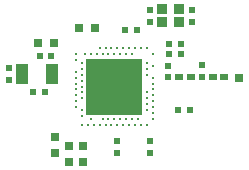
<source format=gtp>
G04*
G04 #@! TF.GenerationSoftware,Altium Limited,Altium Designer,19.0.15 (446)*
G04*
G04 Layer_Color=8421504*
%FSLAX24Y24*%
%MOIN*%
G70*
G01*
G75*
%ADD13R,0.0197X0.0236*%
%ADD14R,0.0374X0.0335*%
%ADD15R,0.0236X0.0197*%
%ADD16R,0.0256X0.0197*%
%ADD17R,0.0300X0.0300*%
%ADD18R,0.0394X0.0709*%
%ADD19R,0.1909X0.1909*%
%ADD20C,0.0118*%
%ADD21R,0.0295X0.0315*%
%ADD22R,0.0315X0.0295*%
D13*
X1174Y2557D02*
D03*
Y2164D02*
D03*
X2574Y2164D02*
D03*
Y2557D02*
D03*
X1792Y699D02*
D03*
Y305D02*
D03*
X2916Y717D02*
D03*
Y323D02*
D03*
X-3515Y610D02*
D03*
Y217D02*
D03*
X98Y-2215D02*
D03*
Y-1821D02*
D03*
X1191Y-2215D02*
D03*
Y-1821D02*
D03*
D14*
X2160Y2134D02*
D03*
Y2587D02*
D03*
X1589D02*
D03*
Y2134D02*
D03*
D15*
X2205Y1427D02*
D03*
X1811D02*
D03*
X364Y1900D02*
D03*
X758D02*
D03*
X2205Y1073D02*
D03*
X1811D02*
D03*
X2520Y-787D02*
D03*
X2126D02*
D03*
X-2708Y-167D02*
D03*
X-2314D02*
D03*
X-2490Y1033D02*
D03*
X-2096D02*
D03*
D16*
X2539Y302D02*
D03*
X2165Y302D02*
D03*
X3667Y302D02*
D03*
X3293D02*
D03*
D17*
X4156Y300D02*
D03*
D18*
X-3062Y404D02*
D03*
X-2078D02*
D03*
D19*
X0Y0D02*
D03*
D20*
X1083Y-1280D02*
D03*
X886D02*
D03*
X689D02*
D03*
X492D02*
D03*
X295D02*
D03*
X98D02*
D03*
X-98D02*
D03*
X-295D02*
D03*
X-492D02*
D03*
X-689D02*
D03*
X-886D02*
D03*
X-1083D02*
D03*
X1280Y-1083D02*
D03*
X787D02*
D03*
X591D02*
D03*
X394D02*
D03*
X197D02*
D03*
X0D02*
D03*
X-197D02*
D03*
X-394D02*
D03*
X-787D02*
D03*
X-1083Y-984D02*
D03*
X1280Y-886D02*
D03*
X1083Y-787D02*
D03*
X-1083D02*
D03*
X1280Y-689D02*
D03*
X-1280D02*
D03*
X1083Y-591D02*
D03*
X1280Y-492D02*
D03*
X-1280D02*
D03*
X1083Y-394D02*
D03*
X-1083D02*
D03*
X1280Y-295D02*
D03*
X-1280D02*
D03*
X1083Y-197D02*
D03*
X-1083D02*
D03*
X1280Y-98D02*
D03*
X-1280D02*
D03*
X-1083Y0D02*
D03*
X1280Y98D02*
D03*
X-1280D02*
D03*
X-1083Y197D02*
D03*
X1280Y295D02*
D03*
X-1280D02*
D03*
X1083Y394D02*
D03*
X-1083D02*
D03*
X-1280Y492D02*
D03*
X1083Y591D02*
D03*
X-1083D02*
D03*
X1280Y689D02*
D03*
X-1083Y787D02*
D03*
X-1280Y886D02*
D03*
X1083Y787D02*
D03*
X1280Y1083D02*
D03*
X591D02*
D03*
X394D02*
D03*
X197D02*
D03*
X0D02*
D03*
X-197D02*
D03*
X-394D02*
D03*
X-591D02*
D03*
X-787D02*
D03*
X-984D02*
D03*
X-1280D02*
D03*
X1083Y1280D02*
D03*
X689D02*
D03*
X492D02*
D03*
X295D02*
D03*
X98D02*
D03*
X-98D02*
D03*
X-295D02*
D03*
X-492D02*
D03*
X886D02*
D03*
D21*
X-659Y1959D02*
D03*
X-1191D02*
D03*
X-2018Y1467D02*
D03*
X-2549D02*
D03*
D22*
X-1033Y-1969D02*
D03*
Y-2500D02*
D03*
X-1496Y-1969D02*
D03*
Y-2500D02*
D03*
X-1963Y-1683D02*
D03*
Y-2215D02*
D03*
M02*

</source>
